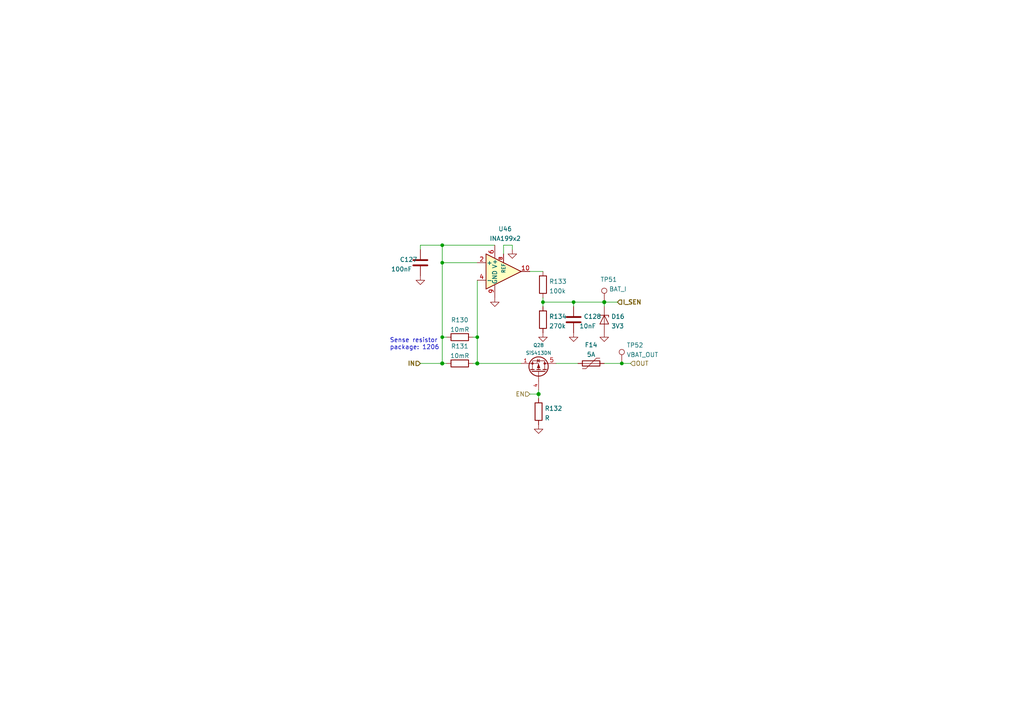
<source format=kicad_sch>
(kicad_sch (version 20210621) (generator eeschema)
  (paper "A4")
  (title_block (title "BUTCube - EPS") (date "2021-06-01") (rev "v1.0") (company "VUT - FIT(STRaDe) & FME(IAE & IPE)") (comment 1 "Author: Petr Malaník"))
  (lib_symbols
    (symbol "Connector:TestPoint" (pin_numbers hide) (pin_names (offset 0.762) hide)
      (property "Reference" "TP" (at 0 6.858 0))
      (property "Value" "TestPoint" (at 0 5.08 0))
      (symbol "TestPoint_0_1"
        (circle (center 0 3.302) (radius 0.762))
      )
      (symbol "TestPoint_1_1"
        (pin passive line (at 0 0 90) (length 2.54) (name "1") (number "1"))
      )
    )
    (symbol "Device:C" (pin_numbers hide) (pin_names (offset 0.254))
      (property "Reference" "C" (at 0.635 2.54 0))
      (property "Value" "C" (at 0.635 -2.54 0))
      (symbol "C_0_1"
        (polyline (pts (xy -2.032 -0.762) (xy 2.032 -0.762)) (stroke (width 0.508)))
        (polyline (pts (xy -2.032 0.762) (xy 2.032 0.762)) (stroke (width 0.508)))
      )
      (symbol "C_1_1"
        (pin passive line (at 0 3.81 270) (length 2.794) (name "~") (number "1"))
        (pin passive line (at 0 -3.81 90) (length 2.794) (name "~") (number "2"))
      )
    )
    (symbol "Device:D_Zener" (pin_numbers hide) (pin_names (offset 1.016) hide)
      (property "Reference" "D" (at 0 2.54 0))
      (property "Value" "D_Zener" (at 0 -2.54 0))
      (symbol "D_Zener_0_1"
        (polyline (pts (xy 1.27 0) (xy -1.27 0)))
        (polyline (pts (xy -1.27 -1.27) (xy -1.27 1.27) (xy -0.762 1.27)) (stroke (width 0.2032)))
        (polyline (pts (xy 1.27 -1.27) (xy 1.27 1.27) (xy -1.27 0) (xy 1.27 -1.27)) (stroke (width 0.2032)))
      )
      (symbol "D_Zener_1_1"
        (pin passive line (at -3.81 0 0) (length 2.54) (name "K") (number "1"))
        (pin passive line (at 3.81 0 180) (length 2.54) (name "A") (number "2"))
      )
    )
    (symbol "Device:Polyfuse" (pin_numbers hide) (pin_names (offset 0))
      (property "Reference" "F" (at -2.54 0 90))
      (property "Value" "Polyfuse" (at 2.54 0 90))
      (symbol "Polyfuse_0_1"
        (rectangle (start -0.762 2.54) (end 0.762 -2.54) (stroke (width 0.254)))
        (polyline (pts (xy 0 2.54) (xy 0 -2.54)))
        (polyline (pts (xy -1.524 2.54) (xy -1.524 1.524) (xy 1.524 -1.524) (xy 1.524 -2.54)))
      )
      (symbol "Polyfuse_1_1"
        (pin passive line (at 0 3.81 270) (length 1.27) (name "~") (number "1"))
        (pin passive line (at 0 -3.81 90) (length 1.27) (name "~") (number "2"))
      )
    )
    (symbol "Device:R" (pin_numbers hide) (pin_names (offset 0))
      (property "Reference" "R" (at 2.032 0 90))
      (property "Value" "R" (at 0 0 90))
      (symbol "R_0_1"
        (rectangle (start -1.016 -2.54) (end 1.016 2.54) (stroke (width 0.254)))
      )
      (symbol "R_1_1"
        (pin passive line (at 0 3.81 270) (length 1.27) (name "~") (number "1"))
        (pin passive line (at 0 -3.81 90) (length 1.27) (name "~") (number "2"))
      )
    )
    (symbol "TCY_power_management:INA199" (pin_names (offset 0.127))
      (property "Reference" "U" (at 3.81 3.81 0))
      (property "Value" "INA199" (at 3.81 -3.81 0))
      (symbol "INA199_0_1"
        (polyline (pts (xy 5.08 0) (xy -5.08 5.08) (xy -5.08 -5.08) (xy 5.08 0)) (stroke (width 0.254)) (fill (type background)))
      )
      (symbol "INA199_1_1"
        (pin output line (at 7.62 0 180) (length 2.54) (name "~") (number "10"))
        (pin input line (at -7.62 2.54 0) (length 2.54) (name "+") (number "2"))
        (pin input line (at -7.62 2.54 0) (length 2.54) hide (name "+") (number "3"))
        (pin input line (at -7.62 -2.54 0) (length 2.54) (name "-") (number "4"))
        (pin input line (at -7.62 -2.54 0) (length 2.54) hide (name "-") (number "5"))
        (pin power_in line (at -2.54 7.62 270) (length 3.81) (name "V+") (number "6"))
        (pin input line (at 0 5.08 270) (length 2.54) (name "REF") (number "8"))
        (pin power_in line (at -2.54 -7.62 90) (length 3.81) (name "GND") (number "9"))
      )
    )
    (symbol "TCY_transistors:SiS413DN" (pin_names hide)
      (property "Reference" "Q" (at 8.89 2.54 0))
      (property "Value" "SiS413DN" (at 8.89 0 0))
      (symbol "SiS413DN_0_1"
        (circle (center -0.889 0) (radius 2.794) (stroke (width 0.254)))
        (circle (center 0 -1.778) (radius 0.254) (fill (type outline)))
        (circle (center 0 1.778) (radius 0.254) (fill (type outline)))
        (polyline (pts (xy -2.286 0) (xy -5.08 0)))
        (polyline (pts (xy -2.286 1.905) (xy -2.286 -1.905)) (stroke (width 0.254)))
        (polyline (pts (xy -1.778 -1.27) (xy -1.778 -2.286)) (stroke (width 0.254)))
        (polyline (pts (xy -1.778 0.508) (xy -1.778 -0.508)) (stroke (width 0.254)))
        (polyline (pts (xy -1.778 2.286) (xy -1.778 1.27)) (stroke (width 0.254)))
        (polyline (pts (xy 0 2.54) (xy 0 1.778)))
        (polyline (pts (xy 0 -2.54) (xy 0 0) (xy -1.778 0)))
        (polyline (pts (xy -1.778 1.778) (xy 0.762 1.778) (xy 0.762 -1.778) (xy -1.778 -1.778)))
        (polyline (pts (xy 0.254 -0.508) (xy 0.381 -0.381) (xy 1.143 -0.381) (xy 1.27 -0.254)))
        (polyline (pts (xy 0.762 -0.381) (xy 0.381 0.254) (xy 1.143 0.254) (xy 0.762 -0.381)))
        (polyline (pts (xy -0.254 0) (xy -1.27 0.381) (xy -1.27 -0.381) (xy -0.254 0)) (fill (type outline)))
      )
      (symbol "SiS413DN_1_1"
        (pin passive line (at 0 -5.08 90) (length 2.54) (name "S") (number "1"))
        (pin passive line (at 0 -5.08 90) (length 2.54) hide (name "S") (number "2"))
        (pin passive line (at 0 -5.08 90) (length 2.54) hide (name "S") (number "3"))
        (pin passive line (at -7.62 0 0) (length 2.54) (name "G") (number "4"))
        (pin passive line (at 0 5.08 270) (length 2.54) (name "D") (number "5"))
        (pin passive line (at 0 5.08 270) (length 2.54) hide (name "D") (number "6"))
        (pin passive line (at 0 5.08 270) (length 2.54) hide (name "D") (number "7"))
        (pin passive line (at 0 5.08 270) (length 2.54) hide (name "D") (number "8"))
        (pin passive line (at 0 5.08 270) (length 2.54) hide (name "D") (number "9"))
      )
    )
    (symbol "power:GND" (power) (pin_names (offset 0))
      (property "Value" "GND" (at 0 -3.81 0))
      (symbol "GND_0_1"
        (polyline (pts (xy 0 0) (xy 0 -1.27) (xy 1.27 -1.27) (xy 0 -2.54) (xy -1.27 -1.27) (xy 0 -1.27)))
      )
      (symbol "GND_1_1"
        (pin power_in line (at 0 0 270) (length 0) hide (name "GND") (number "1"))
      )
    )
  )
  (junction (at 128.27 71.12) (diameter 0.9144))
  (junction (at 128.27 76.2) (diameter 0.9144))
  (junction (at 128.27 97.79) (diameter 0.9144))
  (junction (at 128.27 105.41) (diameter 1.016))
  (junction (at 138.43 97.79) (diameter 0.9144))
  (junction (at 138.43 105.41) (diameter 1.016))
  (junction (at 156.21 114.3) (diameter 1.016))
  (junction (at 157.48 87.63) (diameter 0.9144))
  (junction (at 166.37 87.63) (diameter 0.9144))
  (junction (at 175.26 87.63) (diameter 1.016))
  (junction (at 180.34 105.41) (diameter 0.9144))
  (wire (pts (xy 121.92 71.12) (xy 121.92 72.39)))
  (wire (pts (xy 121.92 71.12) (xy 128.27 71.12)))
  (wire (pts (xy 121.92 105.41) (xy 128.27 105.41)))
  (wire (pts (xy 128.27 71.12) (xy 128.27 76.2)))
  (wire (pts (xy 128.27 71.12) (xy 143.51 71.12)))
  (wire (pts (xy 128.27 76.2) (xy 128.27 97.79)))
  (wire (pts (xy 128.27 76.2) (xy 138.43 76.2)))
  (wire (pts (xy 128.27 97.79) (xy 128.27 105.41)))
  (wire (pts (xy 128.27 97.79) (xy 129.54 97.79)))
  (wire (pts (xy 128.27 105.41) (xy 129.54 105.41)))
  (wire (pts (xy 137.16 97.79) (xy 138.43 97.79)))
  (wire (pts (xy 137.16 105.41) (xy 138.43 105.41)))
  (wire (pts (xy 138.43 81.28) (xy 138.43 97.79)))
  (wire (pts (xy 138.43 97.79) (xy 138.43 105.41)))
  (wire (pts (xy 138.43 105.41) (xy 151.13 105.41)))
  (wire (pts (xy 146.05 71.12) (xy 146.05 73.66)))
  (wire (pts (xy 148.59 71.12) (xy 146.05 71.12)))
  (wire (pts (xy 148.59 72.39) (xy 148.59 71.12)))
  (wire (pts (xy 153.67 78.74) (xy 157.48 78.74)))
  (wire (pts (xy 153.67 114.3) (xy 156.21 114.3)))
  (wire (pts (xy 156.21 114.3) (xy 156.21 113.03)))
  (wire (pts (xy 156.21 114.3) (xy 156.21 115.57)))
  (wire (pts (xy 157.48 86.36) (xy 157.48 87.63)))
  (wire (pts (xy 157.48 87.63) (xy 157.48 88.9)))
  (wire (pts (xy 157.48 87.63) (xy 166.37 87.63)))
  (wire (pts (xy 161.29 105.41) (xy 167.64 105.41)))
  (wire (pts (xy 166.37 87.63) (xy 166.37 88.9)))
  (wire (pts (xy 166.37 87.63) (xy 175.26 87.63)))
  (wire (pts (xy 175.26 87.63) (xy 179.07 87.63)))
  (wire (pts (xy 175.26 88.9) (xy 175.26 87.63)))
  (wire (pts (xy 175.26 105.41) (xy 180.34 105.41)))
  (wire (pts (xy 180.34 105.41) (xy 182.88 105.41)))
  (text "Sense resistor \npackage: 1206" (at 113.03 101.6 0) (effects (font (size 1.27 1.27)) (justify left bottom)))
  (hierarchical_label "IN" (shape input) (at 121.92 105.41 180) (effects (font (thickness 0.254))))
  (hierarchical_label "EN" (shape input) (at 153.67 114.3 180))
  (hierarchical_label "I_SEN" (shape input) (at 179.07 87.63 0) (effects (font (thickness 0.254))))
  (hierarchical_label "OUT" (shape input) (at 182.88 105.41 0))
  (symbol (lib_id "Connector:TestPoint") (at 175.26 87.63 0)
    (property "Reference" "TP51" (at 174.1171 81.07 0) (effects (justify left)))
    (property "Value" "BAT_I" (at 176.6571 83.8451 0) (effects (justify left)))
    (property "Footprint" "TCY_connectors:TestPoint_Pad_D0.5mm" (effects hide))
  )
  (symbol (lib_id "Connector:TestPoint") (at 180.34 105.41 0)
    (property "Reference" "TP52" (at 181.7371 100.12 0) (effects (justify left)))
    (property "Value" "VBAT_OUT" (at 181.7371 102.8951 0) (effects (justify left)))
    (property "Footprint" "TCY_connectors:TestPoint_Pad_D0.5mm" (effects hide))
  )
  (symbol (lib_id "power:GND") (at 121.92 80.01 0)
    (property "Reference" "#PWR0272" (effects hide))
    (property "Value" "GND" (effects hide))
  )
  (symbol (lib_id "power:GND") (at 143.51 86.36 0)
    (property "Reference" "#PWR0273" (effects hide))
    (property "Value" "GND" (effects hide))
  )
  (symbol (lib_id "power:GND") (at 148.59 72.39 0)
    (property "Reference" "#PWR0274" (effects hide))
    (property "Value" "GND" (effects hide))
  )
  (symbol (lib_id "power:GND") (at 156.21 123.19 0)
    (property "Reference" "#PWR0275" (effects hide))
    (property "Value" "GND" (effects hide))
  )
  (symbol (lib_id "power:GND") (at 157.48 96.52 0)
    (property "Reference" "#PWR0276" (effects hide))
    (property "Value" "GND" (effects hide))
  )
  (symbol (lib_id "power:GND") (at 166.37 96.52 0)
    (property "Reference" "#PWR0277" (effects hide))
    (property "Value" "GND" (effects hide))
  )
  (symbol (lib_id "power:GND") (at 175.26 96.52 0)
    (property "Reference" "#PWR0278" (effects hide))
    (property "Value" "GND" (effects hide))
  )
  (symbol (lib_id "Device:R") (at 133.35 97.79 90)
    (property "Reference" "R130" (at 133.35 92.8074 90))
    (property "Value" "10mR" (at 133.35 95.5825 90))
  )
  (symbol (lib_id "Device:R") (at 133.35 105.41 90)
    (property "Reference" "R131" (at 133.35 100.4274 90))
    (property "Value" "10mR" (at 133.35 103.2025 90))
  )
  (symbol (lib_id "Device:R") (at 156.21 119.38 0)
    (property "Reference" "R132" (at 157.9881 118.4715 0) (effects (justify left)))
    (property "Value" "R" (at 157.9881 121.2466 0) (effects (justify left)))
  )
  (symbol (lib_id "Device:R") (at 157.48 82.55 180)
    (property "Reference" "R133" (at 159.2581 81.6415 0) (effects (justify right)))
    (property "Value" "100k" (at 159.2581 84.4166 0) (effects (justify right)))
  )
  (symbol (lib_id "Device:R") (at 157.48 92.71 180)
    (property "Reference" "R134" (at 159.2581 91.8015 0) (effects (justify right)))
    (property "Value" "270k" (at 159.2581 94.5766 0) (effects (justify right)))
  )
  (symbol (lib_id "Device:D_Zener") (at 175.26 92.71 270)
    (property "Reference" "D16" (at 177.2667 91.8015 90) (effects (justify left)))
    (property "Value" "3V3" (at 177.2667 94.5766 90) (effects (justify left)))
  )
  (symbol (lib_id "Device:Polyfuse") (at 171.45 105.41 90)
    (property "Reference" "F14" (at 171.45 100.0464 90))
    (property "Value" "5A" (at 171.45 102.8215 90))
  )
  (symbol (lib_id "Device:C") (at 121.92 76.2 0)
    (property "Reference" "C127" (at 115.9511 75.2915 0) (effects (justify left)))
    (property "Value" "100nF" (at 113.4111 78.0666 0) (effects (justify left)))
  )
  (symbol (lib_id "Device:C") (at 166.37 92.71 0)
    (property "Reference" "C128" (at 169.2911 91.8015 0) (effects (justify left)))
    (property "Value" "10nF" (at 168.0211 94.5766 0) (effects (justify left)))
  )
  (symbol (lib_id "TCY_transistors:SiS413DN") (at 156.21 105.41 270) (mirror x)
    (property "Reference" "Q28" (at 156.21 100.1388 90) (effects (font (size 1 1))))
    (property "Value" "SiS413DN" (at 156.21 102.3778 90) (effects (font (size 1 1))))
    (property "Footprint" "Package_SO:Vishay_PowerPAK_1212-8_Single" (effects hide))
    (property "Datasheet" "https://www.vishay.com/docs/63262/sis413dn.pdf" (effects hide))
  )
  (symbol (lib_id "TCY_power_management:INA199") (at 146.05 78.74 0)
    (property "Reference" "U46" (at 144.5261 66.4015 0) (effects (justify left)))
    (property "Value" "INA199x2" (at 141.9861 69.1766 0) (effects (justify left)))
    (property "Footprint" "Package_DFN_QFN:UQFN-10_1.4x1.8mm_P0.4mm" (effects hide))
    (property "Datasheet" "https://www.ti.com/lit/ds/symlink/ina199.pdf" (effects hide))
  )
)
</source>
